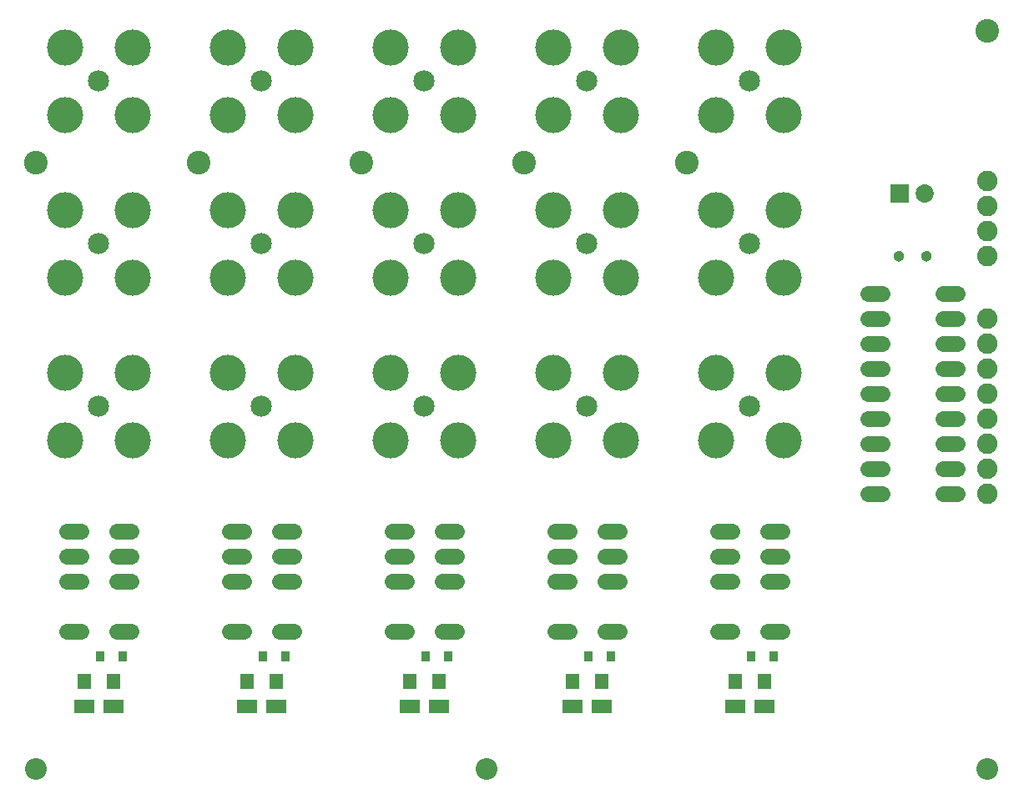
<source format=gts>
G75*
G70*
%OFA0B0*%
%FSLAX24Y24*%
%IPPOS*%
%LPD*%
%AMOC8*
5,1,8,0,0,1.08239X$1,22.5*
%
%ADD10C,0.0946*%
%ADD11C,0.0867*%
%ADD12R,0.0552X0.0631*%
%ADD13C,0.0640*%
%ADD14C,0.0820*%
%ADD15C,0.0635*%
%ADD16R,0.0328X0.0407*%
%ADD17C,0.0050*%
%ADD18C,0.0848*%
%ADD19C,0.1441*%
%ADD20C,0.0730*%
%ADD21R,0.0730X0.0730*%
%ADD22R,0.0789X0.0552*%
D10*
X001300Y042550D03*
X007800Y042550D03*
X014300Y042550D03*
X020800Y042550D03*
X027300Y042550D03*
X039300Y047800D03*
D11*
X001300Y018300D03*
X019300Y018300D03*
X039300Y018300D03*
D12*
X030391Y021800D03*
X029209Y021800D03*
X023891Y021800D03*
X022709Y021800D03*
X017391Y021800D03*
X016209Y021800D03*
X010891Y021800D03*
X009709Y021800D03*
X004391Y021800D03*
X003209Y021800D03*
D13*
X034520Y029300D02*
X035080Y029300D01*
X035080Y030300D02*
X034520Y030300D01*
X034520Y031300D02*
X035080Y031300D01*
X035080Y032300D02*
X034520Y032300D01*
X034520Y033300D02*
X035080Y033300D01*
X035080Y034300D02*
X034520Y034300D01*
X034520Y035300D02*
X035080Y035300D01*
X035080Y036300D02*
X034520Y036300D01*
X034520Y037300D02*
X035080Y037300D01*
X037520Y037300D02*
X038080Y037300D01*
X038080Y036300D02*
X037520Y036300D01*
X037520Y035300D02*
X038080Y035300D01*
X038080Y034300D02*
X037520Y034300D01*
X037520Y033300D02*
X038080Y033300D01*
X038080Y032300D02*
X037520Y032300D01*
X037520Y031300D02*
X038080Y031300D01*
X038080Y030300D02*
X037520Y030300D01*
X037520Y029300D02*
X038080Y029300D01*
D14*
X039300Y029300D03*
X039300Y030300D03*
X039300Y031300D03*
X039300Y032300D03*
X039300Y033300D03*
X039300Y034300D03*
X039300Y035300D03*
X039300Y036300D03*
X039300Y038800D03*
X039300Y039800D03*
X039300Y040800D03*
X039300Y041800D03*
D15*
X031077Y027800D02*
X030523Y027800D01*
X030523Y026800D02*
X031077Y026800D01*
X031077Y025800D02*
X030523Y025800D01*
X029077Y025800D02*
X028523Y025800D01*
X028523Y026800D02*
X029077Y026800D01*
X029077Y027800D02*
X028523Y027800D01*
X028523Y023800D02*
X029077Y023800D01*
X030523Y023800D02*
X031077Y023800D01*
X024577Y023800D02*
X024023Y023800D01*
X022577Y023800D02*
X022023Y023800D01*
X022023Y025800D02*
X022577Y025800D01*
X022577Y026800D02*
X022023Y026800D01*
X022023Y027800D02*
X022577Y027800D01*
X024023Y027800D02*
X024577Y027800D01*
X024577Y026800D02*
X024023Y026800D01*
X024023Y025800D02*
X024577Y025800D01*
X018077Y025800D02*
X017523Y025800D01*
X017523Y026800D02*
X018077Y026800D01*
X018077Y027800D02*
X017523Y027800D01*
X016077Y027800D02*
X015523Y027800D01*
X015523Y026800D02*
X016077Y026800D01*
X016077Y025800D02*
X015523Y025800D01*
X015523Y023800D02*
X016077Y023800D01*
X017523Y023800D02*
X018077Y023800D01*
X011577Y023800D02*
X011023Y023800D01*
X009577Y023800D02*
X009023Y023800D01*
X009023Y025800D02*
X009577Y025800D01*
X009577Y026800D02*
X009023Y026800D01*
X009023Y027800D02*
X009577Y027800D01*
X011023Y027800D02*
X011577Y027800D01*
X011577Y026800D02*
X011023Y026800D01*
X011023Y025800D02*
X011577Y025800D01*
X005077Y025800D02*
X004523Y025800D01*
X004523Y026800D02*
X005077Y026800D01*
X005077Y027800D02*
X004523Y027800D01*
X003077Y027800D02*
X002523Y027800D01*
X002523Y026800D02*
X003077Y026800D01*
X003077Y025800D02*
X002523Y025800D01*
X002523Y023800D02*
X003077Y023800D01*
X004523Y023800D02*
X005077Y023800D01*
D16*
X004753Y022800D03*
X003847Y022800D03*
X010347Y022800D03*
X011253Y022800D03*
X016847Y022800D03*
X017753Y022800D03*
X023347Y022800D03*
X024253Y022800D03*
X029847Y022800D03*
X030753Y022800D03*
D17*
X035712Y038627D02*
X035674Y038641D01*
X035641Y038663D01*
X035614Y038691D01*
X035593Y038725D01*
X035581Y038763D01*
X035577Y038802D01*
X035582Y038840D01*
X035595Y038877D01*
X035616Y038909D01*
X035643Y038936D01*
X035676Y038957D01*
X035713Y038969D01*
X035751Y038973D01*
X035789Y038970D01*
X035826Y038958D01*
X035858Y038938D01*
X035886Y038912D01*
X035907Y038880D01*
X035921Y038844D01*
X035926Y038806D01*
X035922Y038766D01*
X035910Y038728D01*
X035890Y038693D01*
X035862Y038664D01*
X035828Y038642D01*
X035791Y038628D01*
X035751Y038622D01*
X035712Y038627D01*
X035677Y038640D02*
X035824Y038640D01*
X035885Y038689D02*
X035616Y038689D01*
X035589Y038737D02*
X035913Y038737D01*
X035924Y038786D02*
X035579Y038786D01*
X035581Y038834D02*
X035922Y038834D01*
X035905Y038883D02*
X035599Y038883D01*
X035638Y038931D02*
X035866Y038931D01*
X036683Y038834D02*
X037024Y038834D01*
X037023Y038844D02*
X037028Y038806D01*
X037024Y038766D01*
X037012Y038728D01*
X036992Y038693D01*
X036964Y038664D01*
X036930Y038642D01*
X036893Y038628D01*
X036853Y038622D01*
X036814Y038627D01*
X036777Y038641D01*
X036743Y038663D01*
X036716Y038691D01*
X036695Y038725D01*
X036683Y038763D01*
X036679Y038802D01*
X036684Y038840D01*
X036697Y038877D01*
X036718Y038909D01*
X036745Y038936D01*
X036778Y038957D01*
X036815Y038969D01*
X036853Y038973D01*
X036891Y038970D01*
X036928Y038958D01*
X036960Y038938D01*
X036988Y038912D01*
X037009Y038880D01*
X037023Y038844D01*
X037007Y038883D02*
X036701Y038883D01*
X036740Y038931D02*
X036968Y038931D01*
X037026Y038786D02*
X036681Y038786D01*
X036691Y038737D02*
X037015Y038737D01*
X036987Y038689D02*
X036718Y038689D01*
X036779Y038640D02*
X036926Y038640D01*
D18*
X029800Y039300D03*
X029800Y045800D03*
X023300Y045800D03*
X023300Y039300D03*
X023300Y032800D03*
X016800Y032800D03*
X016800Y039300D03*
X016800Y045800D03*
X010300Y045800D03*
X010300Y039300D03*
X010300Y032800D03*
X003800Y032800D03*
X003800Y039300D03*
X003800Y045800D03*
X029800Y032800D03*
D19*
X028450Y034150D03*
X028450Y031450D03*
X031150Y031450D03*
X031150Y034150D03*
X031150Y037950D03*
X031150Y040650D03*
X028450Y040650D03*
X028450Y037950D03*
X024650Y037950D03*
X024650Y040650D03*
X021950Y040650D03*
X021950Y037950D03*
X021950Y034150D03*
X021950Y031450D03*
X024650Y031450D03*
X024650Y034150D03*
X018150Y034150D03*
X018150Y031450D03*
X015450Y031450D03*
X015450Y034150D03*
X015450Y037950D03*
X015450Y040650D03*
X018150Y040650D03*
X018150Y037950D03*
X018150Y044450D03*
X018150Y047150D03*
X015450Y047150D03*
X015450Y044450D03*
X011650Y044450D03*
X011650Y047150D03*
X008950Y047150D03*
X008950Y044450D03*
X008950Y040650D03*
X008950Y037950D03*
X011650Y037950D03*
X011650Y040650D03*
X011650Y034150D03*
X011650Y031450D03*
X008950Y031450D03*
X008950Y034150D03*
X005150Y034150D03*
X005150Y031450D03*
X002450Y031450D03*
X002450Y034150D03*
X002450Y037950D03*
X002450Y040650D03*
X005150Y040650D03*
X005150Y037950D03*
X005150Y044450D03*
X005150Y047150D03*
X002450Y047150D03*
X002450Y044450D03*
X021950Y044450D03*
X021950Y047150D03*
X024650Y047150D03*
X024650Y044450D03*
X028450Y044450D03*
X028450Y047150D03*
X031150Y047150D03*
X031150Y044450D03*
D20*
X036800Y041300D03*
D21*
X035800Y041300D03*
D22*
X030390Y020800D03*
X029210Y020800D03*
X023890Y020800D03*
X022710Y020800D03*
X017390Y020800D03*
X016210Y020800D03*
X010890Y020800D03*
X009710Y020800D03*
X004390Y020800D03*
X003210Y020800D03*
M02*

</source>
